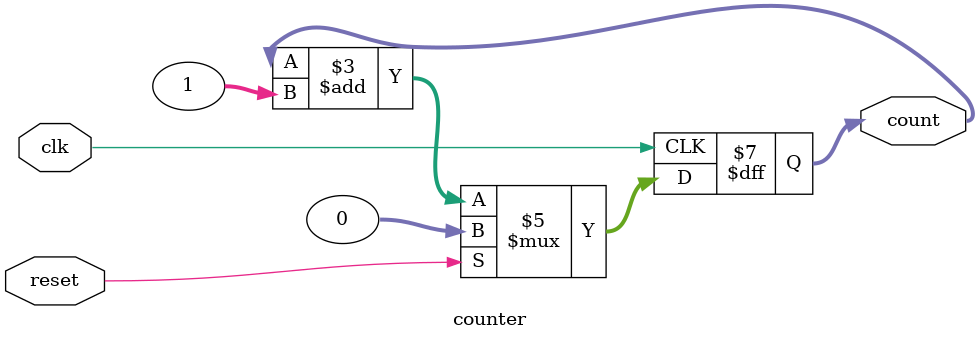
<source format=v>
module counter (clk, reset, count);

input		clk;
input		reset;
output	[31:0]	count;

reg	[31:0]	count;

always @(posedge clk)
	if (!reset)
		count = count + 1;
	else
		count = 0;
endmodule


</source>
